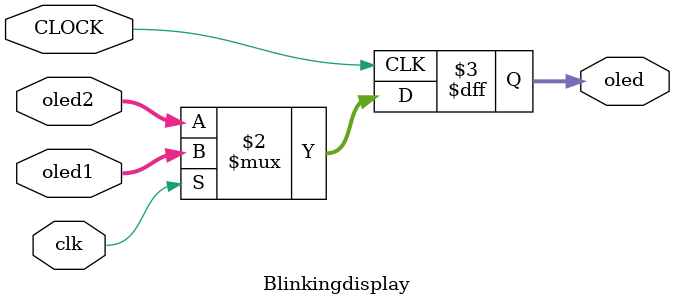
<source format=v>
`timescale 1ns / 1ps


module Blinkingdisplay(
    input clk,
    input CLOCK,
    input [15:0]oled1,
    input [15:0]oled2,    
    output reg [15:0] oled
    );
    
  always@(posedge CLOCK)begin
          oled <= (clk)?oled1:oled2;
  end
endmodule

</source>
